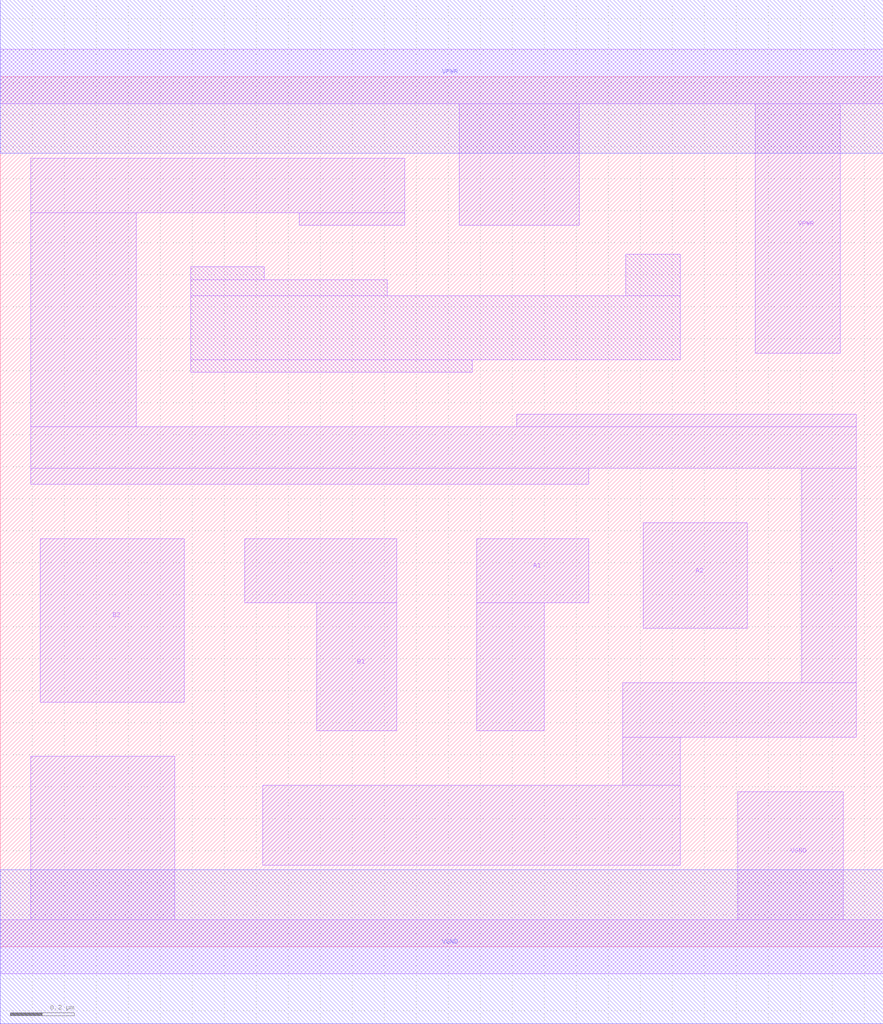
<source format=lef>
# Copyright 2020 The SkyWater PDK Authors
#
# Licensed under the Apache License, Version 2.0 (the "License");
# you may not use this file except in compliance with the License.
# You may obtain a copy of the License at
#
#     https://www.apache.org/licenses/LICENSE-2.0
#
# Unless required by applicable law or agreed to in writing, software
# distributed under the License is distributed on an "AS IS" BASIS,
# WITHOUT WARRANTIES OR CONDITIONS OF ANY KIND, either express or implied.
# See the License for the specific language governing permissions and
# limitations under the License.
#
# SPDX-License-Identifier: Apache-2.0

VERSION 5.5 ;
NAMESCASESENSITIVE ON ;
BUSBITCHARS "[]" ;
DIVIDERCHAR "/" ;
MACRO sky130_fd_sc_hd__a22oi_1
  CLASS CORE ;
  SOURCE USER ;
  ORIGIN  0.000000  0.000000 ;
  SIZE  2.760000 BY  2.720000 ;
  SYMMETRY X Y R90 ;
  SITE unithd ;
  PIN A1
    ANTENNAGATEAREA  0.247500 ;
    DIRECTION INPUT ;
    USE SIGNAL ;
    PORT
      LAYER li1 ;
        RECT 1.490000 0.675000 1.700000 1.075000 ;
        RECT 1.490000 1.075000 1.840000 1.275000 ;
    END
  END A1
  PIN A2
    ANTENNAGATEAREA  0.247500 ;
    DIRECTION INPUT ;
    USE SIGNAL ;
    PORT
      LAYER li1 ;
        RECT 2.010000 0.995000 2.335000 1.325000 ;
    END
  END A2
  PIN B1
    ANTENNAGATEAREA  0.247500 ;
    DIRECTION INPUT ;
    USE SIGNAL ;
    PORT
      LAYER li1 ;
        RECT 0.765000 1.075000 1.240000 1.275000 ;
        RECT 0.990000 0.675000 1.240000 1.075000 ;
    END
  END B1
  PIN B2
    ANTENNAGATEAREA  0.247500 ;
    DIRECTION INPUT ;
    USE SIGNAL ;
    PORT
      LAYER li1 ;
        RECT 0.125000 0.765000 0.575000 1.275000 ;
    END
  END B2
  PIN Y
    ANTENNADIFFAREA  0.858000 ;
    DIRECTION OUTPUT ;
    USE SIGNAL ;
    PORT
      LAYER li1 ;
        RECT 0.095000 1.445000 1.840000 1.495000 ;
        RECT 0.095000 1.495000 2.675000 1.625000 ;
        RECT 0.095000 1.625000 0.425000 2.295000 ;
        RECT 0.095000 2.295000 1.265000 2.465000 ;
        RECT 0.820000 0.255000 2.125000 0.505000 ;
        RECT 0.935000 2.255000 1.265000 2.295000 ;
        RECT 1.615000 1.625000 2.675000 1.665000 ;
        RECT 1.945000 0.505000 2.125000 0.655000 ;
        RECT 1.945000 0.655000 2.675000 0.825000 ;
        RECT 2.505000 0.825000 2.675000 1.495000 ;
    END
  END Y
  PIN VGND
    DIRECTION INOUT ;
    SHAPE ABUTMENT ;
    USE GROUND ;
    PORT
      LAYER li1 ;
        RECT 0.000000 -0.085000 2.760000 0.085000 ;
        RECT 0.095000  0.085000 0.545000 0.595000 ;
        RECT 2.305000  0.085000 2.635000 0.485000 ;
    END
    PORT
      LAYER met1 ;
        RECT 0.000000 -0.240000 2.760000 0.240000 ;
    END
  END VGND
  PIN VNB
    DIRECTION INOUT ;
    USE GROUND ;
    PORT
    END
  END VNB
  PIN VPB
    DIRECTION INOUT ;
    USE POWER ;
    PORT
    END
  END VPB
  PIN VPWR
    DIRECTION INOUT ;
    SHAPE ABUTMENT ;
    USE POWER ;
    PORT
      LAYER li1 ;
        RECT 0.000000 2.635000 2.760000 2.805000 ;
        RECT 1.435000 2.255000 1.810000 2.635000 ;
        RECT 2.360000 1.855000 2.625000 2.635000 ;
    END
    PORT
      LAYER met1 ;
        RECT 0.000000 2.480000 2.760000 2.960000 ;
    END
  END VPWR
  OBS
    LAYER li1 ;
      RECT 0.595000 1.795000 1.475000 1.835000 ;
      RECT 0.595000 1.835000 2.125000 2.035000 ;
      RECT 0.595000 2.035000 1.210000 2.085000 ;
      RECT 0.595000 2.085000 0.825000 2.125000 ;
      RECT 1.955000 2.035000 2.125000 2.165000 ;
  END
END sky130_fd_sc_hd__a22oi_1
END LIBRARY

</source>
